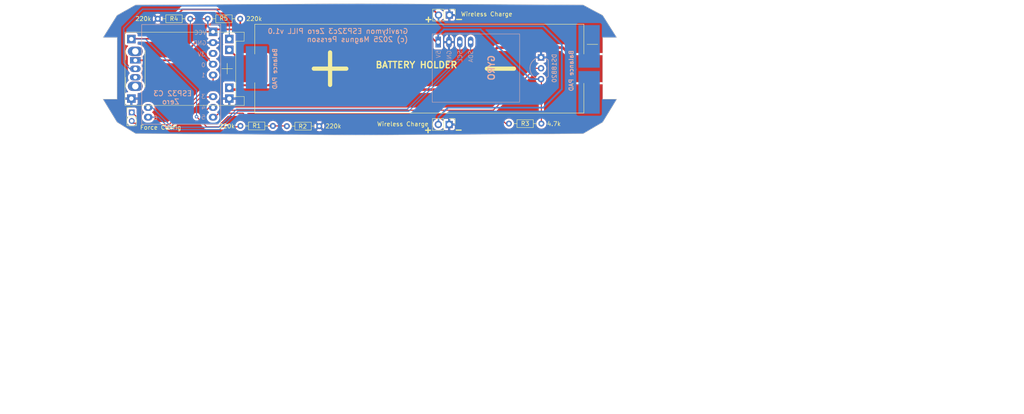
<source format=kicad_pcb>
(kicad_pcb (version 20241229) (generator "pcbnew") (generator_version "9.0")
  (title_block (title "Gravitymon Pill Zero PCB") (date "2024-06-06") (company "Magnus Persson"))
  (layers (0 "F.Cu" signal) (2 "B.Cu" signal) (13 "F.Paste" user) (15 "B.Paste" user) (5 "F.SilkS" user "F.Silkscreen") (7 "B.SilkS" user "B.Silkscreen") (1 "F.Mask" user) (3 "B.Mask" user) (25 "Edge.Cuts" user))
  (net 0 "")
  (net 1 "VCC")
  (net 2 "GND")
  (net 3 "Net-(BAT2-+)")
  (net 4 "Net-(BAT2--)")
  (net 5 "/CHARGING")
  (net 6 "/CFG2")
  (net 7 "/CFG1")
  (net 8 "Net-(U5-5)")
  (net 9 "+3.3V")
  (net 10 "/VOLTAGE")
  (net 11 "/SDA")
  (net 12 "/SCL")
  (net 14 "Net-(SW2-B)")
  (net 15 "/CHARGE-5V")
  (footprint "Resistor_THT:R_Axial_DIN0204_L3.6mm_D1.6mm_P7.62mm_Horizontal" (layer "F.Cu") (at 101.6 108.11 180)
    (property "Reference" "R2" (at 3.9 -0.05 180) (layer "F.SilkS"))
    (property "Value" "220k" (at -3.3 0 180) (layer "F.SilkS"))
    (fp_line (start 6.68 0) (end 5.73 0) (stroke (width 0.12)) (layer "F.SilkS"))
    (fp_line (start 0.94 0) (end 1.89 0) (stroke (width 0.12)) (layer "F.SilkS"))
    (fp_rect (start 1.89 -0.92) (end 5.73 0.92) (stroke (width 0.12)) (fill no) (layer "F.SilkS"))
    (pad "1" thru_hole circle (at 0 0 180) (size 1.4 1.4) (drill 0.7) (layers "*.Cu" "*.Mask") (net 2 "GND"))
    (pad "2" thru_hole circle (at 7.62 0 180) (size 1.4 1.4) (drill 0.7) (layers "*.Cu" "*.Mask") (net 5 "/CHARGING"))
  )
  (footprint "Connector_PinHeader_2.54mm:PinHeader_1x02_P2.54mm_Vertical" (layer "F.Cu") (at 132.1358 81.9912 -90)
    (property "Reference" "J1" (hide yes))
    (property "Value" "Wireless Charge" (at -0.2312 -8.7642 0) (layer "F.SilkS"))
    (fp_line (start -1.38 3.92) (end 1.38 3.92) (stroke (width 0.12)) (layer "F.SilkS"))
    (fp_line (start -1.38 1.27) (end -1.38 3.92) (stroke (width 0.12)) (layer "F.SilkS"))
    (fp_line (start -1.38 1.27) (end 1.38 1.27) (stroke (width 0.12)) (layer "F.SilkS"))
    (fp_line (start 1.38 1.27) (end 1.38 3.92) (stroke (width 0.12)) (layer "F.SilkS"))
    (fp_line (start -1.38 0) (end -1.38 -1.38) (stroke (width 0.12)) (layer "F.SilkS"))
    (fp_line (start -1.38 -1.38) (end 0 -1.38) (stroke (width 0.12)) (layer "F.SilkS"))
    (pad "1" thru_hole rect (at 0 0 270) (size 1.7 1.7) (drill 1) (layers "*.Cu" "*.Mask") (net 2 "GND"))
    (pad "2" thru_hole circle (at 0 2.54 270) (size 1.7 1.7) (drill 1) (layers "*.Cu" "*.Mask") (net 15 "/CHARGE-5V"))
  )
  (footprint "magnus:battery_holder_18650" (layer "F.Cu") (at 125.0852 94.5906)
    (property "Reference" "BAT2" (hide yes))
    (property "Value" "Battery_Cell" (hide yes))
    (fp_line (start -46.3604 0) (end -43.8604 0) (stroke (width 0.12)) (layer "F.SilkS"))
    (fp_line (start -45.1104 1.25) (end -45.1104 -1.25) (stroke (width 0.12)) (layer "F.SilkS"))
    (fp_line (start -38.64 -10.44) (end -38.64 -3.44) (stroke (width 0.12)) (layer "F.SilkS"))
    (fp_line (start -38.64 10.44) (end -38.64 3.302) (stroke (width 0.12)) (layer "F.SilkS"))
    (fp_line (start -24.765 0) (end -17.145 0) (stroke (width 1)) (layer "F.SilkS"))
    (fp_line (start -20.955 -3.81) (end -20.955 3.81) (stroke (width 1)) (layer "F.SilkS"))
    (fp_line (start 15.875 0) (end 22.225 0) (stroke (width 1)) (layer "F.SilkS"))
    (fp_line (start 38.64 -10.44) (end -38.64 -10.44) (stroke (width 0.12)) (layer "F.SilkS"))
    (fp_line (start 38.64 -3.44) (end 38.64 -10.42) (stroke (width 0.12)) (layer "F.SilkS"))
    (fp_line (start 38.64 3.44) (end 38.64 10.44) (stroke (width 0.12)) (layer "F.SilkS"))
    (fp_line (start 38.64 10.44) (end -38.64 10.44) (stroke (width 0.12)) (layer "F.SilkS"))
    (fp_line (start 41.89 -5.715) (end 39.39 -5.715) (stroke (width 0.12)) (layer "F.SilkS"))
    (pad "1" smd rect (at -39.1025 0) (size 6.885 6.35) (layers "F.Cu" "F.Mask" "F.Paste") (net 3 "Net-(BAT2-+)"))
    (pad "2" smd rect (at 39.33 0) (size 7.34 6.35) (layers "F.Cu" "F.Mask" "F.Paste") (net 4 "Net-(BAT2--)"))
  )
  (footprint "Connector_PinHeader_2.54mm:PinHeader_1x02_P2.54mm_Vertical" (layer "F.Cu") (at 132.09 107.71 -90)
    (property "Reference" "J6" (hide yes))
    (property "Value" "Wireless Charge" (at -0.1 10.89 180) (layer "F.SilkS"))
    (fp_line (start -1.38 3.92) (end 1.38 3.92) (stroke (width 0.12)) (layer "F.SilkS"))
    (fp_line (start -1.38 1.27) (end -1.38 3.92) (stroke (width 0.12)) (layer "F.SilkS"))
    (fp_line (start -1.38 1.27) (end 1.38 1.27) (stroke (width 0.12)) (layer "F.SilkS"))
    (fp_line (start 1.38 1.27) (end 1.38 3.92) (stroke (width 0.12)) (layer "F.SilkS"))
    (fp_line (start -1.38 0) (end -1.38 -1.38) (stroke (width 0.12)) (layer "F.SilkS"))
    (fp_line (start -1.38 -1.38) (end 0 -1.38) (stroke (width 0.12)) (layer "F.SilkS"))
    (pad "1" thru_hole rect (at 0 0 270) (size 1.7 1.7) (drill 1) (layers "*.Cu" "*.Mask") (net 2 "GND"))
    (pad "2" thru_hole circle (at 0 2.54 270) (size 1.7 1.7) (drill 1) (layers "*.Cu" "*.Mask") (net 15 "/CHARGE-5V"))
  )
  (footprint "Resistor_THT:R_Axial_DIN0204_L3.6mm_D1.6mm_P7.62mm_Horizontal" (layer "F.Cu") (at 83.08 108.06)
    (property "Reference" "R1" (at 3.81 -0.05 0) (layer "F.SilkS"))
    (property "Value" "220k" (at -3.18 0.05 0) (layer "F.SilkS"))
    (fp_line (start 0.94 0) (end 1.89 0) (stroke (width 0.12)) (layer "F.SilkS"))
    (fp_line (start 6.68 0) (end 5.73 0) (stroke (width 0.12)) (layer "F.SilkS"))
    (fp_rect (start 1.89 -0.92) (end 5.73 0.92) (stroke (width 0.12)) (fill no) (layer "F.SilkS"))
    (pad "1" thru_hole circle (at 0 0) (size 1.4 1.4) (drill 0.7) (layers "*.Cu" "*.Mask") (net 15 "/CHARGE-5V"))
    (pad "2" thru_hole circle (at 7.62 0) (size 1.4 1.4) (drill 0.7) (layers "*.Cu" "*.Mask") (net 5 "/CHARGING"))
  )
  (footprint "magnus:lipo-tp4056" (layer "F.Cu") (at 70.118603 94.6254)
    (property "Reference" "U1" (hide yes))
    (property "Value" "TP-4056" (hide yes))
    (fp_line (start -14.151403 -8.6) (end -14.151403 8.6) (stroke (width 0.1)) (layer "F.SilkS"))
    (fp_line (start -14.151403 -8.6) (end 13.848597 -8.6) (stroke (width 0.1)) (layer "F.SilkS"))
    (fp_line (start -14.151403 8.6) (end 13.848597 8.6) (stroke (width 0.1)) (layer "F.SilkS"))
    (fp_line (start 11.848597 -6.502399) (end 11.848597 6.514315) (stroke (width 0.1)) (layer "F.SilkS"))
    (fp_line (start 11.848597 6.514315) (end 13.848597 6.517906) (stroke (width 0.1)) (layer "F.SilkS"))
    (fp_line (start 13.8176 -6.5024) (end 11.8684 -6.502399) (stroke (width 0.1)) (layer "F.SilkS"))
    (fp_line (start 13.848597 -8.6) (end 13.8176 -6.5024) (stroke (width 0.1)) (layer "F.SilkS"))
    (fp_line (start 13.848597 8.6) (end 13.848597 6.517906) (stroke (width 0.1)) (layer "F.SilkS"))
    (pad "1" thru_hole rect (at -12.651403 -7) (size 2 2) (drill 1) (layers "*.Cu" "*.Mask") (net 15 "/CHARGE-5V"))
    (pad "2" thru_hole rect (at -12.651403 7) (size 2 2) (drill 1) (layers "*.Cu" "*.Mask") (net 2 "GND"))
    (pad "3" thru_hole rect (at 10.348597 -7) (size 2 2) (drill 1) (layers "*.Cu" "*.Mask") (net 14 "Net-(SW2-B)"))
    (pad "4" thru_hole rect (at 10.348597 7) (size 2 2) (drill 1) (layers "*.Cu" "*.Mask") (net 2 "GND"))
    (pad "5" thru_hole rect (at 10.348597 -4.46) (size 2 2) (drill 1) (layers "*.Cu" "*.Mask") (net 3 "Net-(BAT2-+)"))
    (pad "6" thru_hole rect (at 10.348597 4.46) (size 2 2) (drill 1) (layers "*.Cu" "*.Mask") (net 4 "Net-(BAT2--)"))
  )
  (footprint "Button_Switch_THT:SW_Slide_SPDT_Angled_CK_OS102011MA1Q" (layer "F.Cu") (at 58.3946 92.6298 -90)
    (property "Reference" "SW2" (hide yes))
    (property "Value" "SW_SPST" (hide yes))
    (fp_line (start -2.3 2.3) (end -0.1 2.3) (stroke (width 0.12)) (layer "F.SilkS"))
    (fp_line (start 4 2.3) (end 6.3 2.3) (stroke (width 0.12)) (layer "F.SilkS"))
    (fp_line (start -2.3 -2.3) (end 6.3 -2.3) (stroke (width 0.12)) (layer "F.SilkS"))
    (pad "" thru_hole oval (at -2.1 0 270) (size 2.2 3.5) (drill 1.5) (layers "*.Cu" "*.Mask"))
    (pad "" thru_hole oval (at 6.1 0 270) (size 2.2 3.5) (drill 1.5) (layers "*.Cu" "*.Mask"))
    (pad "1" thru_hole rect (at 0 0 270) (size 1.5 2.5) (drill 0.9) (layers "*.Cu" "*.Mask") (net 1 "VCC"))
    (pad "2" thru_hole oval (at 2 0 270) (size 1.5 2.5) (drill 0.9) (layers "*.Cu" "*.Mask") (net 14 "Net-(SW2-B)"))
    (pad "3" thru_hole oval (at 4 0 270) (size 1.5 2.5) (drill 0.9) (layers "*.Cu" "*.Mask"))
  )
  (footprint "Connector_PinHeader_2.00mm:PinHeader_1x02_P2.00mm_Vertical" (layer "F.Cu") (at 57.55 104.885)
    (property "Reference" "J3" (hide yes))
    (property "Value" "Force Config" (at 6.8 3.525 0) (layer "F.SilkS"))
    (fp_line (start -1.11 -1.11) (end 0 -1.11) (stroke (width 0.12)) (layer "F.SilkS"))
    (fp_line (start -1.11 0) (end -1.11 -1.11) (stroke (width 0.12)) (layer "F.SilkS"))
    (fp_line (start -1.11 1) (end -1.11 3.11) (stroke (width 0.12)) (layer "F.SilkS"))
    (fp_line (start -1.11 1) (end 1.11 1) (stroke (width 0.12)) (layer "F.SilkS"))
    (fp_line (start -1.11 3.11) (end 1.11 3.11) (stroke (width 0.12)) (layer "F.SilkS"))
    (fp_line (start 1.11 1) (end 1.11 3.11) (stroke (width 0.12)) (layer "F.SilkS"))
    (pad "1" thru_hole rect (at 0 0) (size 1.35 1.35) (drill 0.8) (layers "*.Cu" "*.Mask") (net 6 "/CFG2"))
    (pad "2" thru_hole circle (at 0 2) (size 1.35 1.35) (drill 0.8) (layers "*.Cu" "*.Mask") (net 7 "/CFG1"))
  )
  (footprint "Resistor_THT:R_Axial_DIN0204_L3.6mm_D1.6mm_P7.62mm_Horizontal" (layer "F.Cu") (at 146.13 107.51)
    (property "Reference" "R3" (at 3.81 0 0) (layer "F.SilkS"))
    (property "Value" "4.7k" (at 10.57 0.05 0) (layer "F.SilkS"))
    (fp_line (start 0.94 0) (end 1.89 0) (stroke (width 0.12)) (layer "F.SilkS"))
    (fp_line (start 6.68 0) (end 5.73 0) (stroke (width 0.12)) (layer "F.SilkS"))
    (fp_rect (start 1.89 -0.92) (end 5.73 0.92) (stroke (width 0.12)) (fill no) (layer "F.SilkS"))
    (pad "1" thru_hole circle (at 0 0) (size 1.4 1.4) (drill 0.7) (layers "*.Cu" "*.Mask") (net 8 "Net-(U5-5)"))
    (pad "2" thru_hole circle (at 7.62 0) (size 1.4 1.4) (drill 0.7) (layers "*.Cu" "*.Mask") (net 1 "VCC"))
  )
  (footprint "Resistor_THT:R_Axial_DIN0204_L3.6mm_D1.6mm_P7.62mm_Horizontal" (layer "F.Cu") (at 75.4 82.86)
    (property "Reference" "R5" (at 3.75 -0.1 0) (layer "F.SilkS"))
    (property "Value" "220k" (at 10.9 0 0) (layer "F.SilkS"))
    (fp_line (start 0.94 0) (end 1.89 0) (stroke (width 0.12)) (layer "F.SilkS"))
    (fp_line (start 6.68 0) (end 5.73 0) (stroke (width 0.12)) (layer "F.SilkS"))
    (fp_rect (start 1.89 -0.92) (end 5.73 0.92) (stroke (width 0.12)) (fill no) (layer "F.SilkS"))
    (pad "1" thru_hole circle (at 0 0) (size 1.4 1.4) (drill 0.7) (layers "*.Cu" "*.Mask") (net 10 "/VOLTAGE"))
    (pad "2" thru_hole circle (at 7.62 0) (size 1.4 1.4) (drill 0.7) (layers "*.Cu" "*.Mask") (net 1 "VCC"))
  )
  (footprint "Resistor_THT:R_Axial_DIN0204_L3.6mm_D1.6mm_P7.62mm_Horizontal" (layer "F.Cu") (at 63.67 82.86)
    (property "Reference" "R4" (at 3.8 0 0) (layer "F.SilkS"))
    (property "Value" "220k" (at -3.4 0 0) (layer "F.SilkS"))
    (fp_line (start 0.94 0) (end 1.89 0) (stroke (width 0.12)) (layer "F.SilkS"))
    (fp_line (start 6.68 0) (end 5.73 0) (stroke (width 0.12)) (layer "F.SilkS"))
    (fp_rect (start 1.89 -0.92) (end 5.73 0.92) (stroke (width 0.12)) (fill no) (layer "F.SilkS"))
    (pad "1" thru_hole circle (at 0 0) (size 1.4 1.4) (drill 0.7) (layers "*.Cu" "*.Mask") (net 2 "GND"))
    (pad "2" thru_hole circle (at 7.62 0) (size 1.4 1.4) (drill 0.7) (layers "*.Cu" "*.Mask") (net 10 "/VOLTAGE"))
  )
  (footprint "magnus:waveshare-esp32c3-zero" (layer "B.Cu") (at 84.2772 85.9282 180)
    (property "Reference" "U5" (hide yes))
    (property "Value" "~")
    (fp_line (start 24.384 1.71) (end 5.842 1.778) (stroke (width 0.12)) (layer "B.SilkS"))
    (fp_line (start 24.362636 -21.722598) (end 24.392227 1.709998) (stroke (width 0.12)) (layer "B.SilkS"))
    (fp_line (start 5.842 -21.717) (end 24.3332 -21.722407) (stroke (width 0.12)) (layer "B.SilkS"))
    (fp_line (start 5.842 -21.717) (end 5.842 1.778) (stroke (width 0.12)) (layer "B.SilkS"))
    (fp_text user "3V" (at 9.374 -5.85 0) (layer "B.SilkS") (effects (font (thickness 0.1)) (justify left bottom mirror)))
    (fp_text user "GND" (at 9.144 -3.21 0) (layer "B.SilkS") (effects (font (thickness 0.1)) (justify left bottom mirror)))
    (fp_text user "7" (at 20.574 -18.5 0) (layer "B.SilkS") (effects (font (thickness 0.1)) (justify left bottom mirror)))
    (fp_text user "5" (at 9.374 -20.666 0) (layer "B.SilkS") (effects (font (thickness 0.1)) (justify left bottom mirror)))
    (fp_text user "4" (at 9.374 -18.38 0) (layer "B.SilkS") (effects (font (thickness 0.1)) (justify left bottom mirror)))
    (fp_text user "1" (at 9.374 -10.76 0) (layer "B.SilkS") (effects (font (thickness 0.1)) (justify left bottom mirror)))
    (fp_text user "0" (at 9.374 -8.38 0) (layer "B.SilkS") (effects (font (thickness 0.1)) (justify left bottom mirror)))
    (fp_text user "3" (at 9.374 -15.8 0) (layer "B.SilkS") (effects (font (thickness 0.1)) (justify left bottom mirror)))
    (fp_text user "VCC" (at 9.144 -0.762 0) (layer "B.SilkS") (effects (font (thickness 0.1)) (justify left bottom mirror)))
    (fp_text user "6" (at 20.574 -20.786 0) (layer "B.SilkS") (effects (font (thickness 0.1)) (justify left bottom mirror)))
    (pad "1" thru_hole rect (at 7.62 0 180) (size 2 2) (drill 0.9) (layers "*.Cu" "*.Mask") (net 1 "VCC"))
    (pad "2" thru_hole oval (at 7.62 -2.54 180) (size 2 1.6) (drill 0.9) (layers "*.Cu" "*.Mask") (net 2 "GND"))
    (pad "3" thru_hole oval (at 7.62 -5.08 180) (size 2 1.6) (drill 0.9) (layers "*.Cu" "*.Mask") (net 9 "+3.3V"))
    (pad "4" thru_hole oval (at 7.62 -7.62 180) (size 2 1.6) (drill 0.9) (layers "*.Cu" "*.Mask") (net 10 "/VOLTAGE"))
    (pad "5" thru_hole oval (at 7.62 -10.16 180) (size 2 1.6) (drill 0.9) (layers "*.Cu" "*.Mask") (net 6 "/CFG2"))
    (pad "7" thru_hole oval (at 7.62 -15.24 180) (size 2 1.6) (drill 0.9) (layers "*.Cu" "*.Mask") (net 7 "/CFG1"))
    (pad "8" thru_hole oval (at 7.62 -17.78 180) (size 2 1.6) (drill 0.9) (layers "*.Cu" "*.Mask") (net 5 "/CHARGING"))
    (pad "9" thru_hole oval (at 7.62 -20.066 180) (size 2 1.6) (drill 0.9) (layers "*.Cu" "*.Mask") (net 8 "Net-(U5-5)"))
    (pad "10" thru_hole oval (at 22.86 -20.066 180) (size 2 1.6) (drill 0.9) (layers "*.Cu" "*.Mask") (net 11 "/SDA"))
    (pad "11" thru_hole oval (at 22.86 -17.78 180) (size 2 1.6) (drill 0.9) (layers "*.Cu" "*.Mask") (net 12 "/SCL"))
  )
  (footprint "magnus:gyro-mpu6050" (layer "B.Cu") (at 138.4046 93.4212 -90)
    (property "Reference" "U7" (hide yes))
    (property "Value" "~" (hide yes))
    (fp_rect (start -6.985 10.28) (end 9.065 -10.23) (stroke (width 0.1)) (fill no) (layer "B.SilkS"))
    (fp_text user "SDA" (at -3.175 0.635 90) (layer "B.SilkS") (effects (font (thickness 0.1)) (justify left bottom mirror)))
    (fp_text user "GND" (at -3.175 5.715 90) (layer "B.SilkS") (effects (font (thickness 0.1)) (justify left bottom mirror)))
    (fp_text user "5V" (at -3.175 8.255 90) (layer "B.SilkS") (effects (font (thickness 0.1)) (justify left bottom mirror)))
    (fp_text user "SCL" (at -3.175 3.175 90) (layer "B.SilkS") (effects (font (thickness 0.1)) (justify left bottom mirror)))
    (pad "1" thru_hole rect (at -5.08 8.89 270) (size 2.54 1.27) (drill 0.8) (layers "*.Cu" "*.Mask") (net 1 "VCC"))
    (pad "2" thru_hole oval (at -5.08 6.35 270) (size 2.54 1.27) (drill 0.8) (layers "*.Cu" "*.Mask") (net 2 "GND"))
    (pad "3" thru_hole oval (at -5.08 3.81 270) (size 2.54 1.27) (drill 0.8) (layers "*.Cu" "*.Mask") (net 12 "/SCL"))
    (pad "4" thru_hole oval (at -5.08 1.27 270) (size 2.54 1.27) (drill 0.8) (layers "*.Cu" "*.Mask") (net 11 "/SDA"))
  )
  (footprint "Package_TO_SOT_THT:TO-92L_Inline_Wide" (layer "B.Cu") (at 153.67 91.96 -90)
    (property "Reference" "U8" (hide yes))
    (property "Value" "DS18B20" (at 2.528 -3.1242 90) (layer "B.SilkS") (effects (justify mirror)))
    (fp_line (start 0.6 -1.7) (end 4.45 -1.7) (stroke (width 0.12)) (layer "B.SilkS"))
    (fp_arc (start 2.54 2.6) (mid 1.143021 2.192818) (end 0.1836 1.098807) (stroke (width 0.12)) (layer "B.SilkS"))
    (fp_arc (start 4.8964 1.098807) (mid 3.936979 2.192817) (end 2.54 2.6) (stroke (width 0.12)) (layer "B.SilkS"))
    (fp_arc (start 0.217369 -1.122045) (mid 0.389183 -1.423933) (end 0.6 -1.7) (stroke (width 0.12)) (layer "B.SilkS"))
    (fp_arc (start 4.45 -1.7) (mid 4.666594 -1.419753) (end 4.842383 -1.112264) (stroke (width 0.12)) (layer "B.SilkS"))
    (pad "1" thru_hole rect (at 0 0 270) (size 1.5 1.5) (drill 0.8) (layers "*.Cu" "*.Mask") (net 2 "GND"))
    (pad "2" thru_hole circle (at 2.54 0 270) (size 1.5 1.5) (drill 0.8) (layers "*.Cu" "*.Mask") (net 8 "Net-(U5-5)"))
    (pad "3" thru_hole circle (at 5.08 0 270) (size 1.5 1.5) (drill 0.8) (layers "*.Cu" "*.Mask") (net 1 "VCC"))
  )
  (footprint "Connector_Wire:SolderWirePad_1x01_SMD_5x10mm" (layer "B.Cu") (at 86.85 94.31 180)
    (property "Reference" "J5" (hide yes))
    (property "Value" "Balance" (hide yes))
    (pad "1" smd rect (at 0 0 180) (size 5 10) (layers "B.Cu" "B.Mask" "B.Paste"))
  )
  (footprint "Connector_Wire:SolderWirePad_1x01_SMD_5x10mm" (layer "B.Cu") (at 164.95 89.36 180)
    (property "Reference" "J2" (hide yes))
    (property "Value" "Balance" (hide yes))
    (pad "1" smd rect (at 0 0 180) (size 5 10) (layers "B.Cu" "B.Mask" "B.Paste"))
  )
  (footprint "Connector_Wire:SolderWirePad_1x01_SMD_5x10mm" (layer "B.Cu") (at 164.95 100.16 180)
    (property "Reference" "J4" (hide yes))
    (property "Value" "Balance" (hide yes))
    (pad "1" smd rect (at 0 0 180) (size 5 10) (layers "B.Cu" "B.Mask" "B.Paste"))
  )
  (gr_line (start 111.125 110.21) (end 58.4454 109.855) (stroke (width 0.1)) (layer "Edge.Cuts"))
  (gr_line (start 168.15 87.26) (end 171.45 87.26) (stroke (width 0.1)) (layer "Edge.Cuts"))
  (gr_line (start 111.1 79.31) (end 163.576 79.6036) (stroke (width 0.1)) (layer "Edge.Cuts"))
  (gr_line (start 171.465 101.76) (end 168.1744 101.76) (stroke (width 0.1)) (layer "Edge.Cuts"))
  (gr_line (start 168.174283 101.76) (end 168.148373 87.26) (stroke (width 0.1)) (layer "Edge.Cuts"))
  (gr_line (start 168.15 82.042) (end 171.45 87.26) (stroke (width 0.1)) (layer "Edge.Cuts"))
  (gr_line (start 50.8 101.76) (end 54.1 101.76) (stroke (width 0.1)) (layer "Edge.Cuts"))
  (gr_line (start 54.100447 101.760256) (end 54.1264 87.26) (stroke (width 0.1)) (layer "Edge.Cuts"))
  (gr_line (start 50.8 101.76) (end 54.1 107.188) (stroke (width 0.1)) (layer "Edge.Cuts"))
  (gr_line (start 54.102 107.188) (end 58.4454 109.855) (stroke (width 0.1)) (layer "Edge.Cuts"))
  (gr_line (start 50.8264 87.26) (end 54.1 82.042) (stroke (width 0.1)) (layer "Edge.Cuts"))
  (gr_line (start 54.1 82.042) (end 58.42 79.6036) (stroke (width 0.1)) (layer "Edge.Cuts"))
  (gr_line (start 163.576 109.8804) (end 111.125 110.21) (stroke (width 0.1)) (layer "Edge.Cuts"))
  (gr_line (start 50.8264 87.26) (end 54.1264 87.26) (stroke (width 0.1)) (layer "Edge.Cuts"))
  (gr_line (start 171.465 101.76) (end 168.15 107.188) (stroke (width 0.1)) (layer "Edge.Cuts"))
  (gr_line (start 168.15 107.188) (end 163.576 109.8804) (stroke (width 0.1)) (layer "Edge.Cuts"))
  (gr_line (start 58.42 79.6036) (end 111.1 79.31) (stroke (width 0.1)) (layer "Edge.Cuts"))
  (gr_line (start 163.576 79.6036) (end 168.15 82.042) (stroke (width 0.1)) (layer "Edge.Cuts"))
  (gr_text "-" (at 133.2992 83.7946 0) (layer "F.SilkS") (effects (font (size 1.5 1.5) (thickness 0.3) (bold yes)) (justify left bottom)))
  (gr_text "BATTERY HOLDER" (at 114.675 94.5906 0) (layer "F.SilkS") (effects (font (size 1.5 1.5) (thickness 0.3) (bold yes)) (justify left bottom)))
  (gr_text "+" (at 126.111 83.82 0) (layer "F.SilkS") (effects (font (size 1.5 1.5) (thickness 0.3) (bold yes)) (justify left bottom)))
  (gr_text "+" (at 126.0118 109.8354 0) (layer "F.SilkS") (effects (font (size 1.5 1.5) (thickness 0.3) (bold yes)) (justify left bottom)))
  (gr_text "-" (at 133.2 109.81 0) (layer "F.SilkS") (effects (font (size 1.5 1.5) (thickness 0.3) (bold yes)) (justify left bottom)))
  (gr_text "Balance PAD" (at 161.35 90.16 90) (layer "B.SilkS") (effects (font (size 1 1) (thickness 0.2) (bold yes)) (justify left bottom mirror)))
  (gr_text "Gravitymon ESP32c3 Zero PILL v1.0\n(c) 2025 Magnus Persson" (at 122.55 88.41 0) (layer "B.SilkS") (effects (font (size 1.2 1.2) (thickness 0.2)) (justify left bottom mirror)))
  (gr_text "Balance PAD" (at 91.75 89.71 90) (layer "B.SilkS") (effects (font (size 1 1) (thickness 0.2) (bold yes)) (justify left bottom mirror)))
  (gr_text "GYRO" (at 142.9 91.26 90) (layer "B.SilkS") (effects (font (size 1.5 1.5) (thickness 0.3) (bold yes)) (justify left bottom mirror)))
  (gr_text "ESP32 C3 \nZero" (at 66.7 103.06 0) (layer "B.SilkS") (effects (font (size 1.2 1.2) (thickness 0.2)) (justify bottom mirror)))
  (segment (start 68.3802 92.6298) (end 58.3946 92.6298) (width 0.4) (layer "F.Cu") (net 1))
  (segment (start 129.0812 88.3412) (end 126.1 85.36) (width 0.4) (layer "F.Cu") (net 1))
  (segment (start 129.5146 88.3412) (end 129.0812 88.3412) (width 0.4) (layer "F.Cu") (net 1))
  (segment (start 153.75 107.51) (end 153.75 97.12) (width 0.25) (layer "F.Cu") (net 1))
  (segment (start 126.1 85.36) (end 81.4 85.36) (width 0.4) (layer "F.Cu") (net 1))
  (segment (start 81.4 85.36) (end 83.05 85.36) (width 0.4) (layer "F.Cu") (net 1))
  (segment (start 83.05 85.36) (end 83.05 82.89) (width 0.4) (layer "F.Cu") (net 1))
  (segment (start 81.4 85.36) (end 77.2254 85.36) (width 0.4) (layer "F.Cu") (net 1))
  (segment (start 75.0818 85.9282) (end 68.3802 92.6298) (width 0.4) (layer "F.Cu") (net 1))
  (segment (start 83.05 82.89) (end 83.02 82.86) (width 0.4) (layer "F.Cu") (net 1))
  (segment (start 76.6572 85.9282) (end 75.0818 85.9282) (width 0.4) (layer "F.Cu") (net 1))
  (segment (start 153.75 97.12) (end 153.67 97.04) (width 0.25) (layer "F.Cu") (net 1))
  (segment (start 77.2254 85.36) (end 76.6572 85.9282) (width 0.4) (layer "F.Cu") (net 1))
  (segment (start 139.4874 85.36) (end 130.8702 85.36) (width 0.4) (layer "B.Cu") (net 1))
  (segment (start 153.67 97.04) (end 151.1674 97.04) (width 0.4) (layer "B.Cu") (net 1))
  (segment (start 151.1674 97.04) (end 139.4874 85.36) (width 0.4) (layer "B.Cu") (net 1))
  (segment (start 130.8702 85.36) (end 129.5146 86.7156) (width 0.4) (layer "B.Cu") (net 1))
  (segment (start 75.43 84.701) (end 76.6572 85.9282) (width 0.4) (layer "B.Cu") (net 1))
  (segment (start 129.5146 86.7156) (end 129.5146 88.3412) (width 0.4) (layer "B.Cu") (net 1))
  (segment (start 75.43 82.36) (end 75.43 84.701) (width 0.4) (layer "B.Cu") (net 1))
  (segment (start 57.473597 101.56) (end 57.923597 102.01) (width 0.25) (layer "B.Cu") (net 2))
  (segment (start 84.964197 94.5906) (end 80.473597 90.1) (width 0.4) (layer "F.Cu") (net 3))
  (segment (start 85.9827 94.5906) (end 84.964197 94.5906) (width 0.25) (layer "F.Cu") (net 3))
  (segment (start 133.5 99.51) (end 80.963597 99.51) (width 0.6) (layer "F.Cu") (net 4))
  (segment (start 163.7306 94.5906) (end 158.775 89.635) (width 0.6) (layer "F.Cu") (net 4))
  (segment (start 80.963597 99.51) (end 80.473597 99.02) (width 0.6) (layer "F.Cu") (net 4))
  (segment (start 143.375 89.635) (end 133.5 99.51) (width 0.6) (layer "F.Cu") (net 4))
  (segment (start 158.775 89.635) (end 143.375 89.635) (width 0.6) (layer "F.Cu") (net 4))
  (segment (start 164.4152 94.5906) (end 163.7306 94.5906) (width 0.6) (layer "F.Cu") (net 4))
  (segment (start 74.85 106.56) (end 74.85 104.61) (width 0.25) (layer "F.Cu") (net 5))
  (segment (start 75.7518 103.7082) (end 76.6572 103.7082) (width 0.25) (layer "F.Cu") (net 5))
  (segment (start 75.8 107.51) (end 74.85 106.56) (width 0.25) (layer "F.Cu") (net 5))
  (segment (start 77.426478 107.51) (end 75.8 107.51) (width 0.25) (layer "F.Cu") (net 5))
  (segment (start 86.7 108.06) (end 83.7 105.06) (width 0.25) (layer "F.Cu") (net 5))
  (segment (start 83.7 105.06) (end 79.876478 105.06) (width 0.25) (layer "F.Cu") (net 5))
  (segment (start 90.7 108.06) (end 86.7 108.06) (width 0.25) (layer "F.Cu") (net 5))
  (segment (start 93.93 108.06) (end 93.98 108.11) (width 0.25) (layer "F.Cu") (net 5))
  (segment (start 79.876478 105.06) (end 77.426478 107.51) (width 0.25) (layer "F.Cu") (net 5))
  (segment (start 90.7 108.06) (end 93.93 108.06) (width 0.25) (layer "F.Cu") (net 5))
  (segment (start 74.85 104.61) (end 75.7518 103.7082) (width 0.25) (layer "F.Cu") (net 5))
  (segment (start 58.0136 105.2236) (end 60.5684 107.7784) (width 0.25) (layer "F.Cu") (net 6))
  (segment (start 57.55 104.885) (end 57.5924 104.9274) (width 0.25) (layer "F.Cu") (net 6))
  (segment (start 57.5924 104.9274) (end 58.0136 104.9274) (width 0.25) (layer "F.Cu") (net 6))
  (segment (start 76.6572 97.388744) (end 76.6572 96.0882) (width 0.25) (layer "F.Cu") (net 6))
  (segment (start 58.0136 104.9274) (end 58.0136 105.2236) (width 0.25) (layer "F.Cu") (net 6))
  (segment (start 75.319944 98.740056) (end 75.319944 98.726) (width 0.25) (layer "F.Cu") (net 6))
  (segment (start 60.5684 107.7784) (end 66.2816 107.7784) (width 0.25) (layer "F.Cu") (net 6))
  (segment (start 66.2816 107.7784) (end 75.319944 98.740056) (width 0.25) (layer "F.Cu") (net 6))
  (segment (start 75.319944 98.726) (end 76.6572 97.388744) (width 0.25) (layer "F.Cu") (net 6))
  (segment (start 73.775 101.26) (end 76.225 101.26) (width 0.25) (layer "F.Cu") (net 7))
  (segment (start 76.225 101.26) (end 76.775 100.71) (width 0.25) (layer "F.Cu") (net 7))
  (segment (start 60.2 108.31) (end 66.725 108.31) (width 0.25) (layer "F.Cu") (net 7))
  (segment (start 59.315 107.425) (end 60.2 108.31) (width 0.25) (layer "F.Cu") (net 7))
  (segment (start 66.725 108.31) (end 73.775 101.26) (width 0.25) (layer "F.Cu") (net 7))
  (segment (start 57.55 107.425) (end 59.315 107.425) (width 0.25) (layer "F.Cu") (net 7))
  (segment (start 142.25 104.36) (end 142.45 104.36) (width 0.25) (layer "F.Cu") (net 8))
  (segment (start 76.7588 106.0958) (end 76.6572 105.9942) (width 0.25) (layer "F.Cu") (net 8))
  (segment (start 76.6572 105.9942) (end 77.0658 105.9942) (width 0.25) (layer "F.Cu") (net 8))
  (segment (start 145.4 107.51) (end 142.25 104.36) (width 0.25) (layer "F.Cu") (net 8))
  (segment (start 146.13 107.51) (end 146.13 107.24) (width 0.25) (layer "F.Cu") (net 8))
  (segment (start 142.45 104.36) (end 152.31 94.5) (width 0.25) (layer "F.Cu") (net 8))
  (segment (start 78.7 104.36) (end 142.25 104.36) (width 0.25) (layer "F.Cu") (net 8))
  (segment (start 77.0658 105.9942) (end 78.7 104.36) (width 0.25) (layer "F.Cu") (net 8))
  (segment (start 146.13 107.51) (end 145.4 107.51) (width 0.25) (layer "F.Cu") (net 8))
  (segment (start 152.31 94.5) (end 153.67 94.5) (width 0.25) (layer "F.Cu") (net 8))
  (segment (start 71.29 82.86) (end 75.4 82.86) (width 0.25) (layer "F.Cu") (net 10))
  (segment (start 71.32 88.211) (end 71.32 82.36) (width 0.25) (layer "B.Cu") (net 10))
  (segment (start 76.6572 93.5482) (end 71.32 88.211) (width 0.25) (layer "B.Cu") (net 10))
  (segment (start 61.4172 105.9942) (end 63.7842 105.9942) (width 0.25) (layer "B.Cu") (net 11))
  (segment (start 82.5 104.61) (end 122.6 104.61) (width 0.25) (layer "B.Cu") (net 11))
  (segment (start 137.1346 90.0754) (end 137.1346 88.3412) (width 0.25) (layer "B.Cu") (net 11))
  (segment (start 122.6 104.61) (end 137.1346 90.0754) (width 0.25) (layer "B.Cu") (net 11))
  (segment (start 66.7 108.91) (end 78.2 108.91) (width 0.25) (layer "B.Cu") (net 11))
  (segment (start 137.1346 87.7316) (end 137.1346 88.3412) (width 0.25) (layer "B.Cu") (net 11))
  (segment (start 63.7842 105.9942) (end 66.7 108.91) (width 0.25) (layer "B.Cu") (net 11))
  (segment (start 78.2 108.91) (end 82.5 104.61) (width 0.25) (layer "B.Cu") (net 11))
  (segment (start 62.3482 103.7082) (end 67 108.36) (width 0.25) (layer "B.Cu") (net 12))
  (segment (start 122.25 104.11) (end 134.5946 91.7654) (width 0.25) (layer "B.Cu") (net 12))
  (segment (start 82.2 104.11) (end 122.25 104.11) (width 0.25) (layer "B.Cu") (net 12))
  (segment (start 61.4172 103.7082) (end 62.3482 103.7082) (width 0.25) (layer "B.Cu") (net 12))
  (segment (start 77.95 108.36) (end 82.2 104.11) (width 0.25) (layer "B.Cu") (net 12))
  (segment (start 134.5946 91.7654) (end 134.5946 88.3412) (width 0.25) (layer "B.Cu") (net 12))
  (segment (start 67 108.36) (end 77.95 108.36) (width 0.25) (layer "B.Cu") (net 12))
  (segment (start 60.106 80.61) (end 77.3334 80.61) (width 0.25) (layer "B.Cu") (net 14))
  (segment (start 80.473597 83.750197) (end 80.473597 87.56) (width 0.25) (layer "B.Cu") (net 14))
  (segment (start 77.3334 80.61) (end 80.473597 83.750197) (width 0.25) (layer "B.Cu") (net 14))
  (segment (start 55.6768 85.0392) (end 60.106 80.61) (width 0.25) (layer "B.Cu") (net 14))
  (segment (start 55.6768 93.1926) (end 55.6768 85.0392) (width 0.25) (layer "B.Cu") (net 14))
  (segment (start 57.114 94.6298) (end 55.6768 93.1926) (width 0.25) (layer "B.Cu") (net 14))
  (segment (start 58.3946 94.6298) (end 57.114 94.6298) (width 0.25) (layer "B.Cu") (net 14))
  (segment (start 83.08 108.06) (end 82.88 108.26) (width 0.25) (layer "F.Cu") (net 15))
  (segment (start 75.15 108.26) (end 72.775 105.885) (width 0.25) (layer "F.Cu") (net 15))
  (segment (start 129.5958 81.9912) (end 128.2646 80.66) (width 0.4) (layer "F.Cu") (net 15))
  (segment (start 128.2646 80.66) (end 69.5 80.66) (width 0.4) (layer "F.Cu") (net 15))
  (segment (start 82.88 108.26) (end 75.15 108.26) (width 0.25) (layer "F.Cu") (net 15))
  (segment (start 69.5 80.66) (end 62.6 87.56) (width 0.4) (layer "F.Cu") (net 15))
  (segment (start 62.6 87.56) (end 57.473597 87.56) (width 0.4) (layer "F.Cu") (net 15))
  (via (at 72.775 105.885) (size 0.8) (drill 0.4) (layers "F.Cu" "B.Cu") (net 15))
  (segment (start 129.5958 83.3058) (end 130.9 84.61) (width 0.4) (layer "B.Cu") (net 15))
  (segment (start 72.775 99.635) (end 60.75 87.61) (width 0.25) (layer "B.Cu") (net 15))
  (segment (start 158.55 88.96) (end 158.55 99.41) (width 0.4) (layer "B.Cu") (net 15))
  (segment (start 154.2 103.76) (end 131.8 103.76) (width 0.4) (layer "B.Cu") (net 15))
  (segment (start 130.9 84.61) (end 154.2 84.61) (width 0.4) (layer "B.Cu") (net 15))
  (segment (start 129.6 107.66) (end 129.55 107.71) (width 0.4) (layer "B.Cu") (net 15))
  (segment (start 154.2 84.61) (end 158.55 88.96) (width 0.4) (layer "B.Cu") (net 15))
  (segment (start 129.6 105.96) (end 129.6 107.66) (width 0.4) (layer "B.Cu") (net 15))
  (segment (start 72.775 105.885) (end 72.775 99.635) (width 0.25) (layer "B.Cu") (net 15))
  (segment (start 60.75 87.61) (end 60.7346 87.6254) (width 0.25) (layer "B.Cu") (net 15))
  (segment (start 129.5958 81.9912) (end 129.5958 83.3058) (width 0.4) (layer "B.Cu") (net 15))
  (segment (start 60.7346 87.6254) (end 57.4672 87.6254) (width 0.25) (layer "B.Cu") (net 15))
  (segment (start 131.8 103.76) (end 129.6 105.96) (width 0.4) (layer "B.Cu") (net 15))
  (segment (start 158.55 99.41) (end 154.2 103.76) (width 0.4) (layer "B.Cu") (net 15))
  (zone (net 2) (net_name "GND") (layer "F.Cu") (connect_pads (clearance 0.5)) (min_thickness 0.25) (fill yes (thermal_gap 0.5) (thermal_bridge_width 0.5))
    (polygon (pts (xy 49.673 78.51) (xy 173.3592 78.51) (xy 173.3592 110.97) (xy 49.673 110.97)))
  )
  (zone (net 2) (net_name "GND") (layer "B.Cu") (priority 1) (connect_pads (clearance 0.5)) (min_thickness 0.25) (fill yes (thermal_gap 0.5) (thermal_bridge_width 0.5))
    (polygon (pts (xy 49.973 78.4472) (xy 172.16 78.4472) (xy 172.16 111.0876) (xy 49.973 111.0876)))
  )
)
</source>
